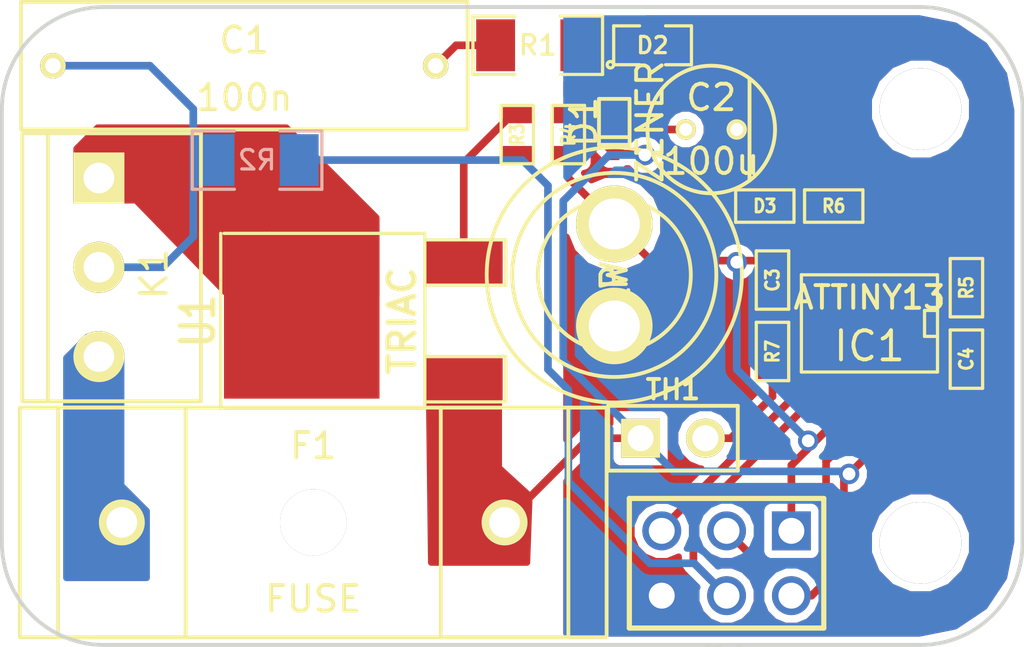
<source format=kicad_pcb>
(kicad_pcb (version 3) (host pcbnew "(2012-nov-02)-testing")

  (general
    (links 38)
    (no_connects 0)
    (area 32.924999 36.424999 75.486111 63.5196)
    (thickness 1.6)
    (drawings 8)
    (tracks 107)
    (zones 0)
    (modules 23)
    (nets 16)
  )

  (page A3)
  (layers
    (15 F.Cu signal)
    (0 B.Cu signal)
    (16 B.Adhes user)
    (17 F.Adhes user)
    (18 B.Paste user)
    (19 F.Paste user)
    (20 B.SilkS user)
    (21 F.SilkS user)
    (22 B.Mask user)
    (23 F.Mask user)
    (24 Dwgs.User user)
    (25 Cmts.User user)
    (26 Eco1.User user)
    (27 Eco2.User user)
    (28 Edge.Cuts user)
  )

  (setup
    (last_trace_width 0.3)
    (user_trace_width 1)
    (user_trace_width 3)
    (trace_clearance 0.3)
    (zone_clearance 0.25)
    (zone_45_only no)
    (trace_min 0.2)
    (segment_width 0.2)
    (edge_width 0.15)
    (via_size 0.8)
    (via_drill 0.5)
    (via_min_size 0.4)
    (via_min_drill 0.3)
    (uvia_size 0.508)
    (uvia_drill 0.127)
    (uvias_allowed no)
    (uvia_min_size 0.508)
    (uvia_min_drill 0.127)
    (pcb_text_width 0.3)
    (pcb_text_size 1 1)
    (mod_edge_width 0.15)
    (mod_text_size 1 1)
    (mod_text_width 0.15)
    (pad_size 1 1)
    (pad_drill 0.6)
    (pad_to_mask_clearance 0)
    (aux_axis_origin 33 62)
    (visible_elements 7FFFFFCF)
    (pcbplotparams
      (layerselection 268468225)
      (usegerberextensions true)
      (excludeedgelayer true)
      (linewidth 152400)
      (plotframeref false)
      (viasonmask false)
      (mode 1)
      (useauxorigin true)
      (hpglpennumber 1)
      (hpglpenspeed 20)
      (hpglpendiameter 15)
      (hpglpenoverlay 2)
      (psnegative false)
      (psa4output false)
      (plotreference true)
      (plotvalue true)
      (plotothertext true)
      (plotinvisibletext false)
      (padsonsilk false)
      (subtractmaskfromsilk false)
      (outputformat 1)
      (mirror false)
      (drillshape 0)
      (scaleselection 1)
      (outputdirectory gerb/))
  )

  (net 0 "")
  (net 1 /LED)
  (net 2 /SENSE)
  (net 3 /SW)
  (net 4 /THERM)
  (net 5 GND)
  (net 6 N-0000010)
  (net 7 N-0000012)
  (net 8 N-0000013)
  (net 9 N-0000014)
  (net 10 N-0000015)
  (net 11 N-000003)
  (net 12 N-000004)
  (net 13 N-000007)
  (net 14 N-000009)
  (net 15 VCC)

  (net_class Default "This is the default net class."
    (clearance 0.3)
    (trace_width 0.3)
    (via_dia 0.8)
    (via_drill 0.5)
    (uvia_dia 0.508)
    (uvia_drill 0.127)
    (add_net "")
    (add_net /LED)
    (add_net /SENSE)
    (add_net /SW)
    (add_net /THERM)
    (add_net GND)
    (add_net N-0000010)
    (add_net N-0000012)
    (add_net N-0000013)
    (add_net N-0000014)
    (add_net N-0000015)
    (add_net N-000003)
    (add_net N-000004)
    (add_net N-000007)
    (add_net N-000009)
    (add_net VCC)
  )

  (module SOD323 (layer F.Cu) (tedit 51222032) (tstamp 51222593)
    (at 57 41.5 90)
    (path /512222E2)
    (fp_text reference D1 (at 0 -1.2 90) (layer F.SilkS)
      (effects (font (size 1 1) (thickness 0.15)))
    )
    (fp_text value ZENER (at 0 1.4 90) (layer F.SilkS)
      (effects (font (size 1 1) (thickness 0.15)))
    )
    (fp_line (start -0.6 -0.6) (end -0.6 0.6) (layer F.SilkS) (width 0.15))
    (fp_line (start -0.9 -0.6) (end 0.9 -0.6) (layer F.SilkS) (width 0.15))
    (fp_line (start 0.9 -0.6) (end 0.9 0.6) (layer F.SilkS) (width 0.15))
    (fp_line (start 0.9 0.6) (end -0.9 0.6) (layer F.SilkS) (width 0.15))
    (fp_line (start -0.9 0.6) (end -0.9 -0.6) (layer F.SilkS) (width 0.15))
    (pad 1 smd rect (at -1.25 0 90) (size 0.5 0.4)
      (layers F.Cu F.Paste F.Mask)
      (net 15 VCC)
    )
    (pad 2 smd rect (at 1.25 0 90) (size 0.5 0.4)
      (layers F.Cu F.Paste F.Mask)
      (net 11 N-000003)
    )
  )

  (module FUSE_HOLDER_20x5mm (layer F.Cu) (tedit 5122253E) (tstamp 512225A5)
    (at 45.2 57.2)
    (tags 1271673)
    (path /5121F188)
    (fp_text reference F1 (at 0 -3) (layer F.SilkS)
      (effects (font (size 1 1) (thickness 0.15)))
    )
    (fp_text value FUSE (at 0 3) (layer F.SilkS)
      (effects (font (size 1 1) (thickness 0.15)))
    )
    (fp_line (start 10 -4.5) (end 10 4.5) (layer F.SilkS) (width 0.15))
    (fp_line (start 10 4.5) (end 5 4.5) (layer F.SilkS) (width 0.15))
    (fp_line (start 5 4.5) (end 5 -4.5) (layer F.SilkS) (width 0.15))
    (fp_line (start -10 -4.5) (end -5 -4.5) (layer F.SilkS) (width 0.15))
    (fp_line (start -5 -4.5) (end -5 4.5) (layer F.SilkS) (width 0.15))
    (fp_line (start -5 4.5) (end -10 4.5) (layer F.SilkS) (width 0.15))
    (fp_line (start -10 4.5) (end -10 -4.5) (layer F.SilkS) (width 0.15))
    (fp_line (start -11.5 -4.5) (end 11.5 -4.5) (layer F.SilkS) (width 0.15))
    (fp_line (start 11.5 -4.5) (end 11.5 4.5) (layer F.SilkS) (width 0.15))
    (fp_line (start 11.5 4.5) (end -11.5 4.5) (layer F.SilkS) (width 0.15))
    (fp_line (start -11.5 4.5) (end -11.5 -4.5) (layer F.SilkS) (width 0.15))
    (pad 1 thru_hole circle (at -7.5 0) (size 1.8 1.8) (drill 1.2)
      (layers *.Cu *.Mask F.SilkS)
      (net 8 N-0000013)
    )
    (pad 2 thru_hole circle (at 7.5 0) (size 1.8 1.8) (drill 1.2)
      (layers *.Cu *.Mask F.SilkS)
      (net 15 VCC)
    )
    (pad "" thru_hole circle (at 0 0) (size 2.6 2.6) (drill 2.6)
      (layers *.Cu *.Mask F.SilkS)
    )
  )

  (module DPAK (layer F.Cu) (tedit 451BAACE) (tstamp 512225B7)
    (at 51.1 49.3 90)
    (descr "MOS boitier DPACK G-D-S")
    (tags "CMD DPACK")
    (path /5121F026)
    (attr smd)
    (fp_text reference U1 (at 0 -10.414 90) (layer F.SilkS)
      (effects (font (size 1.27 1.016) (thickness 0.2032)))
    )
    (fp_text value TRIAC (at 0 -2.413 90) (layer F.SilkS)
      (effects (font (size 1.016 1.016) (thickness 0.2032)))
    )
    (fp_line (start 1.397 -1.524) (end 1.397 1.651) (layer F.SilkS) (width 0.127))
    (fp_line (start 1.397 1.651) (end 3.175 1.651) (layer F.SilkS) (width 0.127))
    (fp_line (start 3.175 1.651) (end 3.175 -1.524) (layer F.SilkS) (width 0.127))
    (fp_line (start -3.175 -1.524) (end -3.175 1.651) (layer F.SilkS) (width 0.127))
    (fp_line (start -3.175 1.651) (end -1.397 1.651) (layer F.SilkS) (width 0.127))
    (fp_line (start -1.397 1.651) (end -1.397 -1.524) (layer F.SilkS) (width 0.127))
    (fp_line (start 3.429 -7.62) (end 3.429 -1.524) (layer F.SilkS) (width 0.127))
    (fp_line (start 3.429 -1.524) (end -3.429 -1.524) (layer F.SilkS) (width 0.127))
    (fp_line (start -3.429 -1.524) (end -3.429 -9.398) (layer F.SilkS) (width 0.127))
    (fp_line (start -3.429 -9.525) (end 3.429 -9.525) (layer F.SilkS) (width 0.127))
    (fp_line (start 3.429 -9.398) (end 3.429 -7.62) (layer F.SilkS) (width 0.127))
    (pad 1 smd rect (at -2.286 0 90) (size 1.651 3.048)
      (layers F.Cu F.Paste F.Mask)
      (net 15 VCC)
    )
    (pad 2 smd rect (at 0 -6.35 90) (size 6.096 6.096)
      (layers F.Cu F.Paste F.Mask)
      (net 7 N-0000012)
    )
    (pad 3 smd rect (at 2.286 0 90) (size 1.651 3.048)
      (layers F.Cu F.Paste F.Mask)
      (net 14 N-000009)
    )
    (model smd/dpack_2.wrl
      (at (xyz 0 0 0))
      (scale (xyz 1 1 1))
      (rotate (xyz 0 0 0))
    )
  )

  (module CP_5mm (layer F.Cu) (tedit 51221DEF) (tstamp 512225BF)
    (at 60.8 41.8)
    (path /5121F489)
    (fp_text reference C2 (at 0 -1.25) (layer F.SilkS)
      (effects (font (size 1 1) (thickness 0.15)))
    )
    (fp_text value 100u (at 0 1.25) (layer F.SilkS)
      (effects (font (size 1 1) (thickness 0.15)))
    )
    (fp_line (start 1.5 -2) (end 1.5 2) (layer F.SilkS) (width 0.15))
    (fp_circle (center 0 0) (end 2.5 0) (layer F.SilkS) (width 0.15))
    (pad 1 thru_hole circle (at -1 0) (size 0.8 0.8) (drill 0.5)
      (layers *.Cu *.Mask F.SilkS)
      (net 15 VCC)
    )
    (pad 2 thru_hole circle (at 1 0) (size 0.8 0.8) (drill 0.5)
      (layers *.Cu *.Mask F.SilkS)
      (net 5 GND)
    )
  )

  (module conn_3x2 (layer F.Cu) (tedit 50EC97C7) (tstamp 512225CD)
    (at 61.4 58.8 180)
    (descr "Double rangee de contacts 2 x 4 pins")
    (tags CONN)
    (path /5121F296)
    (fp_text reference P1 (at 0 -3.81 180) (layer F.SilkS)
      (effects (font (size 1.016 1.016) (thickness 0.2032)))
    )
    (fp_text value CONN_3X2 (at 0 3.81 180) (layer F.SilkS) hide
      (effects (font (size 1.016 1.016) (thickness 0.2032)))
    )
    (fp_line (start 3.81 2.54) (end -3.81 2.54) (layer F.SilkS) (width 0.2032))
    (fp_line (start -3.81 -2.54) (end 3.81 -2.54) (layer F.SilkS) (width 0.2032))
    (fp_line (start 3.81 -2.54) (end 3.81 2.54) (layer F.SilkS) (width 0.2032))
    (fp_line (start -3.81 2.54) (end -3.81 -2.54) (layer F.SilkS) (width 0.2032))
    (pad 1 thru_hole rect (at -2.54 1.27 180) (size 1.524 1.524) (drill 1.016)
      (layers *.Cu *.Mask)
      (net 3 /SW)
    )
    (pad 2 thru_hole circle (at -2.54 -1.27 180) (size 1.524 1.524) (drill 1.016)
      (layers *.Cu *.Mask)
      (net 15 VCC)
    )
    (pad 3 thru_hole circle (at 0 1.27 180) (size 1.524 1.524) (drill 1.016)
      (layers *.Cu *.Mask)
      (net 6 N-0000010)
    )
    (pad 4 thru_hole circle (at 0 -1.27 180) (size 1.524 1.524) (drill 1.016)
      (layers *.Cu *.Mask)
      (net 2 /SENSE)
    )
    (pad 5 thru_hole circle (at 2.54 1.27 180) (size 1.524 1.524) (drill 1.016)
      (layers *.Cu *.Mask)
      (net 9 N-0000014)
    )
    (pad 6 thru_hole circle (at 2.54 -1.27 180) (size 1.524 1.524) (drill 1.016)
      (layers *.Cu *.Mask)
      (net 5 GND)
    )
    (model pin_array/pins_array_3x2.wrl
      (at (xyz 0 0 0))
      (scale (xyz 1 1 1))
      (rotate (xyz 0 0 0))
    )
  )

  (module conn_3_3.5mm_screw (layer F.Cu) (tedit 5122124E) (tstamp 512225D9)
    (at 36.8 47.2 270)
    (descr "Connecteur 3 pins")
    (tags "CONN DEV")
    (path /5121F16C)
    (fp_text reference K1 (at 0.254 -2.159 270) (layer F.SilkS)
      (effects (font (size 1.016 1.016) (thickness 0.1524)))
    )
    (fp_text value CONN_3 (at 0 -2.159 270) (layer F.SilkS) hide
      (effects (font (size 1.016 1.016) (thickness 0.1524)))
    )
    (fp_line (start 5.25 2) (end -5.25 2) (layer F.SilkS) (width 0.15))
    (fp_line (start -5.25 -4) (end 5.25 -4) (layer F.SilkS) (width 0.15))
    (fp_line (start 5.25 -4) (end 5.25 3) (layer F.SilkS) (width 0.15))
    (fp_line (start 5.25 3) (end -5.25 3) (layer F.SilkS) (width 0.15))
    (fp_line (start -5.25 3) (end -5.25 -4) (layer F.SilkS) (width 0.15))
    (pad 1 thru_hole rect (at -3.5 0 270) (size 2 2) (drill 1.2)
      (layers *.Cu *.Mask F.SilkS)
      (net 7 N-0000012)
    )
    (pad 2 thru_hole circle (at 0 0 270) (size 2 2) (drill 1.2)
      (layers *.Cu *.Mask F.SilkS)
      (net 13 N-000007)
    )
    (pad 3 thru_hole circle (at 3.5 0 270) (size 2 2) (drill 1.2)
      (layers *.Cu *.Mask F.SilkS)
      (net 8 N-0000013)
    )
    (model pin_array/pins_array_3x1.wrl
      (at (xyz 0 0 0))
      (scale (xyz 1 1 1))
      (rotate (xyz 0 0 0))
    )
  )

  (module conn_2 (layer F.Cu) (tedit 4565C520) (tstamp 512225E3)
    (at 59.3 53.9)
    (descr "Connecteurs 2 pins")
    (tags "CONN DEV")
    (path /5121F3DD)
    (fp_text reference TH1 (at 0 -1.905) (layer F.SilkS)
      (effects (font (size 0.762 0.762) (thickness 0.1524)))
    )
    (fp_text value THERMISTOR (at 0 -1.905) (layer F.SilkS) hide
      (effects (font (size 0.762 0.762) (thickness 0.1524)))
    )
    (fp_line (start -2.54 1.27) (end -2.54 -1.27) (layer F.SilkS) (width 0.1524))
    (fp_line (start -2.54 -1.27) (end 2.54 -1.27) (layer F.SilkS) (width 0.1524))
    (fp_line (start 2.54 -1.27) (end 2.54 1.27) (layer F.SilkS) (width 0.1524))
    (fp_line (start 2.54 1.27) (end -2.54 1.27) (layer F.SilkS) (width 0.1524))
    (pad 1 thru_hole rect (at -1.27 0) (size 1.524 1.524) (drill 1.016)
      (layers *.Cu *.Mask F.SilkS)
      (net 15 VCC)
    )
    (pad 2 thru_hole circle (at 1.27 0) (size 1.524 1.524) (drill 1.016)
      (layers *.Cu *.Mask F.SilkS)
      (net 4 /THERM)
    )
    (model pin_array/pins_array_2x1.wrl
      (at (xyz 0 0 0))
      (scale (xyz 1 1 1))
      (rotate (xyz 0 0 0))
    )
  )

  (module 1206 (layer F.Cu) (tedit 42806E24) (tstamp 512225F9)
    (at 54 38.5)
    (path /5121F449)
    (attr smd)
    (fp_text reference R1 (at 0 0) (layer F.SilkS)
      (effects (font (size 0.762 0.762) (thickness 0.127)))
    )
    (fp_text value 47 (at 0 0) (layer F.SilkS) hide
      (effects (font (size 0.762 0.762) (thickness 0.127)))
    )
    (fp_line (start -2.54 -1.143) (end -2.54 1.143) (layer F.SilkS) (width 0.127))
    (fp_line (start -2.54 1.143) (end -0.889 1.143) (layer F.SilkS) (width 0.127))
    (fp_line (start 0.889 -1.143) (end 2.54 -1.143) (layer F.SilkS) (width 0.127))
    (fp_line (start 2.54 -1.143) (end 2.54 1.143) (layer F.SilkS) (width 0.127))
    (fp_line (start 2.54 1.143) (end 0.889 1.143) (layer F.SilkS) (width 0.127))
    (fp_line (start -0.889 -1.143) (end -2.54 -1.143) (layer F.SilkS) (width 0.127))
    (pad 1 smd rect (at -1.651 0) (size 1.524 2.032)
      (layers F.Cu F.Paste F.Mask)
      (net 12 N-000004)
    )
    (pad 2 smd rect (at 1.651 0) (size 1.524 2.032)
      (layers F.Cu F.Paste F.Mask)
      (net 11 N-000003)
    )
    (model smd/chip_cms.wrl
      (at (xyz 0 0 0))
      (scale (xyz 0.17 0.16 0.16))
      (rotate (xyz 0 0 0))
    )
  )

  (module 0603 (layer F.Cu) (tedit 4E43A3D1) (tstamp 5122261F)
    (at 53.2 42 270)
    (path /5121F287)
    (attr smd)
    (fp_text reference R3 (at 0 0 270) (layer F.SilkS)
      (effects (font (size 0.508 0.4572) (thickness 0.1143)))
    )
    (fp_text value 47 (at 0 0 270) (layer F.SilkS) hide
      (effects (font (size 0.508 0.4572) (thickness 0.1143)))
    )
    (fp_line (start -1.143 -0.635) (end 1.143 -0.635) (layer F.SilkS) (width 0.127))
    (fp_line (start 1.143 -0.635) (end 1.143 0.635) (layer F.SilkS) (width 0.127))
    (fp_line (start 1.143 0.635) (end -1.143 0.635) (layer F.SilkS) (width 0.127))
    (fp_line (start -1.143 0.635) (end -1.143 -0.635) (layer F.SilkS) (width 0.127))
    (pad 1 smd rect (at -0.762 0 270) (size 0.635 1.143)
      (layers F.Cu F.Paste F.Mask)
      (net 14 N-000009)
    )
    (pad 2 smd rect (at 0.762 0 270) (size 0.635 1.143)
      (layers F.Cu F.Paste F.Mask)
    )
    (model smd\resistors\R0603.wrl
      (at (xyz 0 0 0.001))
      (scale (xyz 0.5 0.5 0.5))
      (rotate (xyz 0 0 0))
    )
  )

  (module 0603 (layer F.Cu) (tedit 4E43A3D1) (tstamp 51222629)
    (at 70.8 48 90)
    (path /5121F2E7)
    (attr smd)
    (fp_text reference R5 (at 0 0 90) (layer F.SilkS)
      (effects (font (size 0.508 0.4572) (thickness 0.1143)))
    )
    (fp_text value 100k (at 0 0 90) (layer F.SilkS) hide
      (effects (font (size 0.508 0.4572) (thickness 0.1143)))
    )
    (fp_line (start -1.143 -0.635) (end 1.143 -0.635) (layer F.SilkS) (width 0.127))
    (fp_line (start 1.143 -0.635) (end 1.143 0.635) (layer F.SilkS) (width 0.127))
    (fp_line (start 1.143 0.635) (end -1.143 0.635) (layer F.SilkS) (width 0.127))
    (fp_line (start -1.143 0.635) (end -1.143 -0.635) (layer F.SilkS) (width 0.127))
    (pad 1 smd rect (at -0.762 0 90) (size 0.635 1.143)
      (layers F.Cu F.Paste F.Mask)
      (net 15 VCC)
    )
    (pad 2 smd rect (at 0.762 0 90) (size 0.635 1.143)
      (layers F.Cu F.Paste F.Mask)
      (net 9 N-0000014)
    )
    (model smd\resistors\R0603.wrl
      (at (xyz 0 0 0.001))
      (scale (xyz 0.5 0.5 0.5))
      (rotate (xyz 0 0 0))
    )
  )

  (module 0603 (layer F.Cu) (tedit 4E43A3D1) (tstamp 51222633)
    (at 65.6 44.8 180)
    (path /5121F322)
    (attr smd)
    (fp_text reference R6 (at 0 0 180) (layer F.SilkS)
      (effects (font (size 0.508 0.4572) (thickness 0.1143)))
    )
    (fp_text value 1k (at 0 0 180) (layer F.SilkS) hide
      (effects (font (size 0.508 0.4572) (thickness 0.1143)))
    )
    (fp_line (start -1.143 -0.635) (end 1.143 -0.635) (layer F.SilkS) (width 0.127))
    (fp_line (start 1.143 -0.635) (end 1.143 0.635) (layer F.SilkS) (width 0.127))
    (fp_line (start 1.143 0.635) (end -1.143 0.635) (layer F.SilkS) (width 0.127))
    (fp_line (start -1.143 0.635) (end -1.143 -0.635) (layer F.SilkS) (width 0.127))
    (pad 1 smd rect (at -0.762 0 180) (size 0.635 1.143)
      (layers F.Cu F.Paste F.Mask)
      (net 1 /LED)
    )
    (pad 2 smd rect (at 0.762 0 180) (size 0.635 1.143)
      (layers F.Cu F.Paste F.Mask)
      (net 10 N-0000015)
    )
    (model smd\resistors\R0603.wrl
      (at (xyz 0 0 0.001))
      (scale (xyz 0.5 0.5 0.5))
      (rotate (xyz 0 0 0))
    )
  )

  (module 0603 (layer F.Cu) (tedit 4E43A3D1) (tstamp 5122263D)
    (at 70.8 50.8 90)
    (path /5121F20A)
    (attr smd)
    (fp_text reference C4 (at 0 0 90) (layer F.SilkS)
      (effects (font (size 0.508 0.4572) (thickness 0.1143)))
    )
    (fp_text value 100n (at 0 0 90) (layer F.SilkS) hide
      (effects (font (size 0.508 0.4572) (thickness 0.1143)))
    )
    (fp_line (start -1.143 -0.635) (end 1.143 -0.635) (layer F.SilkS) (width 0.127))
    (fp_line (start 1.143 -0.635) (end 1.143 0.635) (layer F.SilkS) (width 0.127))
    (fp_line (start 1.143 0.635) (end -1.143 0.635) (layer F.SilkS) (width 0.127))
    (fp_line (start -1.143 0.635) (end -1.143 -0.635) (layer F.SilkS) (width 0.127))
    (pad 1 smd rect (at -0.762 0 90) (size 0.635 1.143)
      (layers F.Cu F.Paste F.Mask)
      (net 15 VCC)
    )
    (pad 2 smd rect (at 0.762 0 90) (size 0.635 1.143)
      (layers F.Cu F.Paste F.Mask)
      (net 5 GND)
    )
    (model smd\resistors\R0603.wrl
      (at (xyz 0 0 0.001))
      (scale (xyz 0.5 0.5 0.5))
      (rotate (xyz 0 0 0))
    )
  )

  (module 0603 (layer F.Cu) (tedit 4E43A3D1) (tstamp 51222647)
    (at 63.2 47.7 270)
    (path /5121F36D)
    (attr smd)
    (fp_text reference C3 (at 0 0 270) (layer F.SilkS)
      (effects (font (size 0.508 0.4572) (thickness 0.1143)))
    )
    (fp_text value C (at 0 0 270) (layer F.SilkS) hide
      (effects (font (size 0.508 0.4572) (thickness 0.1143)))
    )
    (fp_line (start -1.143 -0.635) (end 1.143 -0.635) (layer F.SilkS) (width 0.127))
    (fp_line (start 1.143 -0.635) (end 1.143 0.635) (layer F.SilkS) (width 0.127))
    (fp_line (start 1.143 0.635) (end -1.143 0.635) (layer F.SilkS) (width 0.127))
    (fp_line (start -1.143 0.635) (end -1.143 -0.635) (layer F.SilkS) (width 0.127))
    (pad 1 smd rect (at -0.762 0 270) (size 0.635 1.143)
      (layers F.Cu F.Paste F.Mask)
      (net 3 /SW)
    )
    (pad 2 smd rect (at 0.762 0 270) (size 0.635 1.143)
      (layers F.Cu F.Paste F.Mask)
      (net 5 GND)
    )
    (model smd\resistors\R0603.wrl
      (at (xyz 0 0 0.001))
      (scale (xyz 0.5 0.5 0.5))
      (rotate (xyz 0 0 0))
    )
  )

  (module 0603 (layer F.Cu) (tedit 4E43A3D1) (tstamp 51222651)
    (at 55.2 42 270)
    (path /51220808)
    (attr smd)
    (fp_text reference R4 (at 0 0 270) (layer F.SilkS)
      (effects (font (size 0.508 0.4572) (thickness 0.1143)))
    )
    (fp_text value 100k (at 0 0 270) (layer F.SilkS) hide
      (effects (font (size 0.508 0.4572) (thickness 0.1143)))
    )
    (fp_line (start -1.143 -0.635) (end 1.143 -0.635) (layer F.SilkS) (width 0.127))
    (fp_line (start 1.143 -0.635) (end 1.143 0.635) (layer F.SilkS) (width 0.127))
    (fp_line (start 1.143 0.635) (end -1.143 0.635) (layer F.SilkS) (width 0.127))
    (fp_line (start -1.143 0.635) (end -1.143 -0.635) (layer F.SilkS) (width 0.127))
    (pad 1 smd rect (at -0.762 0 270) (size 0.635 1.143)
      (layers F.Cu F.Paste F.Mask)
      (net 15 VCC)
    )
    (pad 2 smd rect (at 0.762 0 270) (size 0.635 1.143)
      (layers F.Cu F.Paste F.Mask)
      (net 3 /SW)
    )
    (model smd\resistors\R0603.wrl
      (at (xyz 0 0 0.001))
      (scale (xyz 0.5 0.5 0.5))
      (rotate (xyz 0 0 0))
    )
  )

  (module 0603 (layer F.Cu) (tedit 4E43A3D1) (tstamp 5122265B)
    (at 63.2 50.5 90)
    (path /5121F3FB)
    (attr smd)
    (fp_text reference R7 (at 0 0 90) (layer F.SilkS)
      (effects (font (size 0.508 0.4572) (thickness 0.1143)))
    )
    (fp_text value 100k (at 0 0 90) (layer F.SilkS) hide
      (effects (font (size 0.508 0.4572) (thickness 0.1143)))
    )
    (fp_line (start -1.143 -0.635) (end 1.143 -0.635) (layer F.SilkS) (width 0.127))
    (fp_line (start 1.143 -0.635) (end 1.143 0.635) (layer F.SilkS) (width 0.127))
    (fp_line (start 1.143 0.635) (end -1.143 0.635) (layer F.SilkS) (width 0.127))
    (fp_line (start -1.143 0.635) (end -1.143 -0.635) (layer F.SilkS) (width 0.127))
    (pad 1 smd rect (at -0.762 0 90) (size 0.635 1.143)
      (layers F.Cu F.Paste F.Mask)
      (net 4 /THERM)
    )
    (pad 2 smd rect (at 0.762 0 90) (size 0.635 1.143)
      (layers F.Cu F.Paste F.Mask)
      (net 5 GND)
    )
    (model smd\resistors\R0603.wrl
      (at (xyz 0 0 0.001))
      (scale (xyz 0.5 0.5 0.5))
      (rotate (xyz 0 0 0))
    )
  )

  (module SO8E (layer F.Cu) (tedit 4F33A5C7) (tstamp 51222679)
    (at 67 49.4 180)
    (descr "module CMS SOJ 8 pins etroit")
    (tags "CMS SOJ")
    (path /5121F1DD)
    (attr smd)
    (fp_text reference IC1 (at 0 -0.889 180) (layer F.SilkS)
      (effects (font (size 1.143 1.143) (thickness 0.1524)))
    )
    (fp_text value ATTINY13 (at 0 1.016 180) (layer F.SilkS)
      (effects (font (size 0.889 0.889) (thickness 0.1524)))
    )
    (fp_line (start -2.667 1.778) (end -2.667 1.905) (layer F.SilkS) (width 0.127))
    (fp_line (start -2.667 1.905) (end 2.667 1.905) (layer F.SilkS) (width 0.127))
    (fp_line (start 2.667 -1.905) (end -2.667 -1.905) (layer F.SilkS) (width 0.127))
    (fp_line (start -2.667 -1.905) (end -2.667 1.778) (layer F.SilkS) (width 0.127))
    (fp_line (start -2.667 -0.508) (end -2.159 -0.508) (layer F.SilkS) (width 0.127))
    (fp_line (start -2.159 -0.508) (end -2.159 0.508) (layer F.SilkS) (width 0.127))
    (fp_line (start -2.159 0.508) (end -2.667 0.508) (layer F.SilkS) (width 0.127))
    (fp_line (start 2.667 -1.905) (end 2.667 1.905) (layer F.SilkS) (width 0.127))
    (pad 8 smd rect (at -1.905 -2.667 180) (size 0.59944 1.39954)
      (layers F.Cu F.Paste F.Mask)
      (net 15 VCC)
    )
    (pad 1 smd rect (at -1.905 2.667 180) (size 0.59944 1.39954)
      (layers F.Cu F.Paste F.Mask)
      (net 9 N-0000014)
    )
    (pad 7 smd rect (at -0.635 -2.667 180) (size 0.59944 1.39954)
      (layers F.Cu F.Paste F.Mask)
      (net 6 N-0000010)
    )
    (pad 6 smd rect (at 0.635 -2.667 180) (size 0.59944 1.39954)
      (layers F.Cu F.Paste F.Mask)
      (net 3 /SW)
    )
    (pad 5 smd rect (at 1.905 -2.667 180) (size 0.59944 1.39954)
      (layers F.Cu F.Paste F.Mask)
      (net 2 /SENSE)
    )
    (pad 2 smd rect (at -0.635 2.667 180) (size 0.59944 1.39954)
      (layers F.Cu F.Paste F.Mask)
      (net 4 /THERM)
    )
    (pad 3 smd rect (at 0.635 2.667 180) (size 0.59944 1.39954)
      (layers F.Cu F.Paste F.Mask)
      (net 1 /LED)
    )
    (pad 4 smd rect (at 1.905 2.667 180) (size 0.59944 1.39954)
      (layers F.Cu F.Paste F.Mask)
      (net 5 GND)
    )
    (model smd/cms_so8.wrl
      (at (xyz 0 0 0))
      (scale (xyz 0.5 0.32 0.5))
      (rotate (xyz 0 0 0))
    )
  )

  (module switch_R13 (layer F.Cu) (tedit 512225A8) (tstamp 5122284D)
    (at 57 47.5 270)
    (path /5121F35E)
    (fp_text reference SW1 (at 0 0 270) (layer F.SilkS)
      (effects (font (size 1 1) (thickness 0.15)))
    )
    (fp_text value SW_PUSH (at 0 0 270) (layer F.SilkS)
      (effects (font (size 1 1) (thickness 0.15)))
    )
    (fp_circle (center 0 0) (end 3 0) (layer F.SilkS) (width 0.15))
    (fp_circle (center 0 0) (end 4 0) (layer F.SilkS) (width 0.15))
    (fp_circle (center 0 0) (end 5 0) (layer F.SilkS) (width 0.15))
    (pad 1 thru_hole circle (at -2 0 270) (size 3 3) (drill 2)
      (layers *.Cu *.Mask F.SilkS)
      (net 3 /SW)
    )
    (pad 2 thru_hole circle (at 2 0 270) (size 3 3) (drill 2)
      (layers *.Cu *.Mask F.SilkS)
      (net 5 GND)
    )
  )

  (module 0603 (layer F.Cu) (tedit 4E43A3D1) (tstamp 51222615)
    (at 62.9 44.8 180)
    (path /5121F313)
    (attr smd)
    (fp_text reference D3 (at 0 0 180) (layer F.SilkS)
      (effects (font (size 0.508 0.4572) (thickness 0.1143)))
    )
    (fp_text value LED (at 0 0 180) (layer F.SilkS) hide
      (effects (font (size 0.508 0.4572) (thickness 0.1143)))
    )
    (fp_line (start -1.143 -0.635) (end 1.143 -0.635) (layer F.SilkS) (width 0.127))
    (fp_line (start 1.143 -0.635) (end 1.143 0.635) (layer F.SilkS) (width 0.127))
    (fp_line (start 1.143 0.635) (end -1.143 0.635) (layer F.SilkS) (width 0.127))
    (fp_line (start -1.143 0.635) (end -1.143 -0.635) (layer F.SilkS) (width 0.127))
    (pad 1 smd rect (at -0.762 0 180) (size 0.635 1.143)
      (layers F.Cu F.Paste F.Mask)
      (net 10 N-0000015)
    )
    (pad 2 smd rect (at 0.762 0 180) (size 0.635 1.143)
      (layers F.Cu F.Paste F.Mask)
      (net 5 GND)
    )
    (model smd\resistors\R0603.wrl
      (at (xyz 0 0 0.001))
      (scale (xyz 0.5 0.5 0.5))
      (rotate (xyz 0 0 0))
    )
  )

  (module C_5x17.5mm_15 (layer F.Cu) (tedit 51223151) (tstamp 512225ED)
    (at 42.5 39.3)
    (path /5121F45C)
    (fp_text reference C1 (at 0 -1) (layer F.SilkS)
      (effects (font (size 1 1) (thickness 0.15)))
    )
    (fp_text value 100n (at 0 1.25) (layer F.SilkS)
      (effects (font (size 1 1) (thickness 0.15)))
    )
    (fp_line (start -8.75 -2.5) (end 8.75 -2.5) (layer F.SilkS) (width 0.15))
    (fp_line (start 8.75 -2.5) (end 8.75 2.5) (layer F.SilkS) (width 0.15))
    (fp_line (start 8.75 2.5) (end -8.75 2.5) (layer F.SilkS) (width 0.15))
    (fp_line (start -8.75 2.5) (end -8.75 -2.5) (layer F.SilkS) (width 0.15))
    (pad 1 thru_hole circle (at -7.5 0) (size 1 1) (drill 0.6)
      (layers *.Cu *.Mask F.SilkS)
      (net 13 N-000007)
    )
    (pad 2 thru_hole circle (at 7.5 0) (size 1 1) (drill 0.6)
      (layers *.Cu *.Mask F.SilkS)
      (net 12 N-000004)
    )
  )

  (module 0805 (layer F.Cu) (tedit 42806E04) (tstamp 51222588)
    (at 58.5 38.5)
    (path /512222D3)
    (attr smd)
    (fp_text reference D2 (at 0 0) (layer F.SilkS)
      (effects (font (size 0.635 0.635) (thickness 0.127)))
    )
    (fp_text value DIODE (at 0 0) (layer F.SilkS) hide
      (effects (font (size 0.635 0.635) (thickness 0.127)))
    )
    (fp_circle (center -1.651 0.762) (end -1.651 0.635) (layer F.SilkS) (width 0.127))
    (fp_line (start -0.508 0.762) (end -1.524 0.762) (layer F.SilkS) (width 0.127))
    (fp_line (start -1.524 0.762) (end -1.524 -0.762) (layer F.SilkS) (width 0.127))
    (fp_line (start -1.524 -0.762) (end -0.508 -0.762) (layer F.SilkS) (width 0.127))
    (fp_line (start 0.508 -0.762) (end 1.524 -0.762) (layer F.SilkS) (width 0.127))
    (fp_line (start 1.524 -0.762) (end 1.524 0.762) (layer F.SilkS) (width 0.127))
    (fp_line (start 1.524 0.762) (end 0.508 0.762) (layer F.SilkS) (width 0.127))
    (pad 1 smd rect (at -0.9525 0) (size 0.889 1.397)
      (layers F.Cu F.Paste F.Mask)
      (net 11 N-000003)
    )
    (pad 2 smd rect (at 0.9525 0) (size 0.889 1.397)
      (layers F.Cu F.Paste F.Mask)
      (net 5 GND)
    )
    (model smd/chip_cms.wrl
      (at (xyz 0 0 0))
      (scale (xyz 0.1 0.1 0.1))
      (rotate (xyz 0 0 0))
    )
  )

  (module 1206 (layer B.Cu) (tedit 42806E24) (tstamp 51223826)
    (at 43 43)
    (path /51220646)
    (attr smd)
    (fp_text reference R2 (at 0 0) (layer B.SilkS)
      (effects (font (size 0.762 0.762) (thickness 0.127)) (justify mirror))
    )
    (fp_text value 1M (at 0 0) (layer B.SilkS) hide
      (effects (font (size 0.762 0.762) (thickness 0.127)) (justify mirror))
    )
    (fp_line (start -2.54 1.143) (end -2.54 -1.143) (layer B.SilkS) (width 0.127))
    (fp_line (start -2.54 -1.143) (end -0.889 -1.143) (layer B.SilkS) (width 0.127))
    (fp_line (start 0.889 1.143) (end 2.54 1.143) (layer B.SilkS) (width 0.127))
    (fp_line (start 2.54 1.143) (end 2.54 -1.143) (layer B.SilkS) (width 0.127))
    (fp_line (start 2.54 -1.143) (end 0.889 -1.143) (layer B.SilkS) (width 0.127))
    (fp_line (start -0.889 1.143) (end -2.54 1.143) (layer B.SilkS) (width 0.127))
    (pad 1 smd rect (at -1.651 0) (size 1.524 2.032)
      (layers B.Cu B.Paste B.Mask)
      (net 13 N-000007)
    )
    (pad 2 smd rect (at 1.651 0) (size 1.524 2.032)
      (layers B.Cu B.Paste B.Mask)
      (net 2 /SENSE)
    )
    (model smd/chip_cms.wrl
      (at (xyz 0 0 0))
      (scale (xyz 0.17 0.16 0.16))
      (rotate (xyz 0 0 0))
    )
  )

  (module drill_3.2mm (layer F.Cu) (tedit 50ECACE6) (tstamp 51223865)
    (at 69 41)
    (fp_text reference drill_3.2mm (at 0 -2.54) (layer F.SilkS) hide
      (effects (font (size 1 1) (thickness 0.15)))
    )
    (fp_text value VAL** (at 0 2.54) (layer F.SilkS) hide
      (effects (font (size 1 1) (thickness 0.15)))
    )
    (pad "" thru_hole circle (at 0 0) (size 3.2 3.2) (drill 3.2)
      (layers *.Cu)
    )
  )

  (module drill_3.2mm (layer F.Cu) (tedit 50ECACE6) (tstamp 5122386E)
    (at 69 58)
    (fp_text reference drill_3.2mm (at 0 -2.54) (layer F.SilkS) hide
      (effects (font (size 1 1) (thickness 0.15)))
    )
    (fp_text value VAL** (at 0 2.54) (layer F.SilkS) hide
      (effects (font (size 1 1) (thickness 0.15)))
    )
    (pad "" thru_hole circle (at 0 0) (size 3.2 3.2) (drill 3.2)
      (layers *.Cu)
    )
  )

  (gr_line (start 37 37) (end 69 37) (angle 90) (layer Edge.Cuts) (width 0.15))
  (gr_line (start 69 62) (end 37 62) (angle 90) (layer Edge.Cuts) (width 0.15))
  (gr_line (start 73 41) (end 73 58) (angle 90) (layer Edge.Cuts) (width 0.15))
  (gr_arc (start 69 41) (end 69 37) (angle 90) (layer Edge.Cuts) (width 0.15))
  (gr_arc (start 69 58) (end 73 58) (angle 90) (layer Edge.Cuts) (width 0.15))
  (gr_line (start 33 41) (end 33 58) (angle 90) (layer Edge.Cuts) (width 0.15))
  (gr_arc (start 37 58) (end 37 62) (angle 90) (layer Edge.Cuts) (width 0.15))
  (gr_arc (start 37 41) (end 33 41) (angle 90) (layer Edge.Cuts) (width 0.15))

  (segment (start 66.362 44.8) (end 66.362 45.838) (width 0.3) (layer F.Cu) (net 1))
  (segment (start 66.365 45.841) (end 66.365 46.733) (width 0.3) (layer F.Cu) (net 1) (tstamp 512239A0))
  (segment (start 66.362 45.838) (end 66.365 45.841) (width 0.3) (layer F.Cu) (net 1) (tstamp 5122399F))
  (segment (start 61.4 60.07) (end 60.13 58.8) (width 0.3) (layer B.Cu) (net 2))
  (segment (start 53.4 43) (end 44.651 43) (width 0.3) (layer B.Cu) (net 2) (tstamp 51223A5F))
  (segment (start 54.4 44) (end 53.4 43) (width 0.3) (layer B.Cu) (net 2) (tstamp 51223A5A))
  (segment (start 54.4 51.2) (end 54.4 44) (width 0.3) (layer B.Cu) (net 2) (tstamp 51223A54))
  (segment (start 55.2 52) (end 54.4 51.2) (width 0.3) (layer B.Cu) (net 2) (tstamp 51223A52))
  (segment (start 55.2 55.6) (end 55.2 52) (width 0.3) (layer B.Cu) (net 2) (tstamp 51223A4D))
  (segment (start 58.4 58.8) (end 55.2 55.6) (width 0.3) (layer B.Cu) (net 2) (tstamp 51223A4A))
  (segment (start 60.13 58.8) (end 58.4 58.8) (width 0.3) (layer B.Cu) (net 2) (tstamp 51223A46))
  (segment (start 61.4 60.07) (end 60.1 58.77) (width 0.3) (layer F.Cu) (net 2))
  (segment (start 60.1 57.062) (end 65.095 52.067) (width 0.3) (layer F.Cu) (net 2) (tstamp 512238A8))
  (segment (start 60.1 58.77) (end 60.1 57.062) (width 0.3) (layer F.Cu) (net 2) (tstamp 512238A6))
  (segment (start 64.6 54) (end 61.8 51.2) (width 0.3) (layer B.Cu) (net 3))
  (segment (start 64.55 54.05) (end 64.6 54) (width 0.3) (layer F.Cu) (net 3) (tstamp 51223A1F))
  (via (at 64.6 54) (size 0.8) (layers F.Cu B.Cu) (net 3))
  (segment (start 64.55 54.35) (end 64.55 54.05) (width 0.3) (layer F.Cu) (net 3))
  (via (at 61.8 47) (size 0.8) (layers F.Cu B.Cu) (net 3))
  (segment (start 61.8 51.2) (end 61.8 47) (width 0.3) (layer B.Cu) (net 3) (tstamp 51223B21))
  (segment (start 61.8 47) (end 61.8 46.938) (width 0.3) (layer F.Cu) (net 3) (tstamp 51223B2A))
  (segment (start 61.8 46.938) (end 61.8 47) (width 0.3) (layer F.Cu) (net 3) (tstamp 51223B2B))
  (segment (start 61.8 47) (end 61.8 46.938) (width 0.3) (layer F.Cu) (net 3) (tstamp 51223B2D))
  (segment (start 63.94 57.53) (end 63.94 54.96) (width 0.3) (layer F.Cu) (net 3))
  (segment (start 66.365 52.535) (end 66.365 52.067) (width 0.3) (layer F.Cu) (net 3) (tstamp 512238AF))
  (segment (start 63.94 54.96) (end 64.55 54.35) (width 0.3) (layer F.Cu) (net 3) (tstamp 512238AD))
  (segment (start 64.55 54.35) (end 66.365 52.535) (width 0.3) (layer F.Cu) (net 3) (tstamp 51223A1D))
  (segment (start 63.2 46.938) (end 61.8 46.938) (width 0.3) (layer F.Cu) (net 3))
  (segment (start 61.8 46.938) (end 58.438 46.938) (width 0.3) (layer F.Cu) (net 3) (tstamp 51223B2E))
  (segment (start 58.438 46.938) (end 57 45.5) (width 0.3) (layer F.Cu) (net 3) (tstamp 51223998))
  (segment (start 55.2 42.762) (end 55.2 43.7) (width 0.3) (layer F.Cu) (net 3))
  (segment (start 55.2 43.7) (end 57 45.5) (width 0.3) (layer F.Cu) (net 3) (tstamp 51223521))
  (segment (start 63.2 51.262) (end 63.2 52.26494) (width 0.3) (layer F.Cu) (net 4))
  (segment (start 61.56494 53.9) (end 60.57 53.9) (width 0.3) (layer F.Cu) (net 4) (tstamp 5122398F))
  (segment (start 63.2 52.26494) (end 61.56494 53.9) (width 0.3) (layer F.Cu) (net 4) (tstamp 5122398E))
  (segment (start 63.2 51.262) (end 63.238 51.262) (width 0.3) (layer F.Cu) (net 4))
  (segment (start 67.635 47.565) (end 67.635 46.733) (width 0.3) (layer F.Cu) (net 4) (tstamp 5122398B))
  (segment (start 66.5 48.7) (end 67.635 47.565) (width 0.3) (layer F.Cu) (net 4) (tstamp 5122398A))
  (segment (start 65.8 48.7) (end 66.5 48.7) (width 0.3) (layer F.Cu) (net 4) (tstamp 51223989))
  (segment (start 63.238 51.262) (end 65.8 48.7) (width 0.3) (layer F.Cu) (net 4) (tstamp 51223988))
  (segment (start 61.4 57.53) (end 62.67 58.8) (width 0.3) (layer F.Cu) (net 6))
  (segment (start 67.635 52.465) (end 67.635 52.067) (width 0.3) (layer F.Cu) (net 6) (tstamp 512238B8))
  (segment (start 65.3 54.8) (end 67.635 52.465) (width 0.3) (layer F.Cu) (net 6) (tstamp 512238B6))
  (segment (start 65.3 58.5) (end 65.3 54.8) (width 0.3) (layer F.Cu) (net 6) (tstamp 512238B5))
  (segment (start 65 58.8) (end 65.3 58.5) (width 0.3) (layer F.Cu) (net 6) (tstamp 512238B4))
  (segment (start 62.67 58.8) (end 65 58.8) (width 0.3) (layer F.Cu) (net 6) (tstamp 512238B2))
  (segment (start 44.75 49.3) (end 39.15 43.7) (width 0.3) (layer F.Cu) (net 7))
  (segment (start 39.15 43.7) (end 36.8 43.7) (width 0.3) (layer F.Cu) (net 7) (tstamp 5122385D))
  (segment (start 70.8 47.238) (end 69.41 47.238) (width 0.3) (layer F.Cu) (net 9))
  (segment (start 69.41 47.238) (end 68.905 46.733) (width 0.3) (layer F.Cu) (net 9) (tstamp 51223949))
  (segment (start 58.86 57.53) (end 58.86 57.45347) (width 0.3) (layer F.Cu) (net 9))
  (segment (start 68.905 47.195) (end 68.905 46.733) (width 0.3) (layer F.Cu) (net 9) (tstamp 51223946))
  (segment (start 66.7 49.4) (end 68.905 47.195) (width 0.3) (layer F.Cu) (net 9) (tstamp 51223945))
  (segment (start 66 49.4) (end 66.7 49.4) (width 0.3) (layer F.Cu) (net 9) (tstamp 51223943))
  (segment (start 64.3 51.1) (end 66 49.4) (width 0.3) (layer F.Cu) (net 9) (tstamp 51223942))
  (segment (start 64.3 52.01347) (end 64.3 51.1) (width 0.3) (layer F.Cu) (net 9) (tstamp 51223941))
  (segment (start 58.86 57.45347) (end 64.3 52.01347) (width 0.3) (layer F.Cu) (net 9) (tstamp 51223940))
  (segment (start 63.662 44.8) (end 64.838 44.8) (width 0.3) (layer F.Cu) (net 10))
  (segment (start 57 40.25) (end 57 38.5) (width 0.3) (layer F.Cu) (net 11))
  (segment (start 57 38.5) (end 57 38.6) (width 0.3) (layer F.Cu) (net 11) (tstamp 51223513))
  (segment (start 57 38.6) (end 57 38.5) (width 0.3) (layer F.Cu) (net 11) (tstamp 51223515))
  (segment (start 55.651 38.5) (end 57 38.5) (width 0.3) (layer F.Cu) (net 11))
  (segment (start 57 38.5) (end 57.5475 38.5) (width 0.3) (layer F.Cu) (net 11) (tstamp 51223516))
  (segment (start 52.349 38.5) (end 50.8 38.5) (width 0.3) (layer F.Cu) (net 12))
  (segment (start 50.8 38.5) (end 50 39.3) (width 0.3) (layer F.Cu) (net 12) (tstamp 5122350E))
  (segment (start 41.238 43) (end 40.5 43) (width 0.3) (layer B.Cu) (net 13) (status 20))
  (segment (start 40.5 43) (end 40.6 43) (width 0.3) (layer B.Cu) (net 13) (tstamp 512237FD) (status 30))
  (segment (start 40.6 43) (end 40.5 43) (width 0.3) (layer B.Cu) (net 13) (tstamp 512237FF) (status 30))
  (segment (start 36.8 47.2) (end 39.3 47.2) (width 0.3) (layer B.Cu) (net 13))
  (segment (start 38.8 39.3) (end 35 39.3) (width 0.3) (layer B.Cu) (net 13) (tstamp 51223341))
  (segment (start 40.5 41) (end 38.8 39.3) (width 0.3) (layer B.Cu) (net 13) (tstamp 5122333F))
  (segment (start 40.5 46) (end 40.5 43) (width 0.3) (layer B.Cu) (net 13) (tstamp 5122333D) (status 20))
  (segment (start 40.5 43) (end 40.5 41) (width 0.3) (layer B.Cu) (net 13) (tstamp 51223800) (status 10))
  (segment (start 39.3 47.2) (end 40.5 46) (width 0.3) (layer B.Cu) (net 13) (tstamp 5122333B))
  (segment (start 51.1 47.014) (end 51.1 43.1) (width 0.3) (layer F.Cu) (net 14))
  (segment (start 52.962 41.238) (end 53.2 41.238) (width 0.3) (layer F.Cu) (net 14) (tstamp 5122350A))
  (segment (start 51.1 43.1) (end 52.962 41.238) (width 0.3) (layer F.Cu) (net 14) (tstamp 51223508))
  (segment (start 55.4 44.2) (end 55.000002 44.599998) (width 0.3) (layer B.Cu) (net 15))
  (segment (start 58.15 42.75) (end 58.2 42.8) (width 0.3) (layer F.Cu) (net 15) (tstamp 51223A85))
  (via (at 58.2 42.8) (size 0.8) (layers F.Cu B.Cu) (net 15))
  (segment (start 58.2 42.8) (end 56.8 42.8) (width 0.3) (layer B.Cu) (net 15) (tstamp 51223A8A))
  (segment (start 56.8 42.8) (end 55.4 44.2) (width 0.3) (layer B.Cu) (net 15) (tstamp 51223A8B))
  (segment (start 57 42.75) (end 58.15 42.75) (width 0.3) (layer F.Cu) (net 15))
  (segment (start 55.000002 50.870002) (end 58.03 53.9) (width 0.3) (layer B.Cu) (net 15) (tstamp 51223AA1))
  (segment (start 55.000002 50.300002) (end 55.000002 50.870002) (width 0.3) (layer B.Cu) (net 15) (tstamp 51223A9E))
  (segment (start 55.000002 44.599998) (end 55.000002 50.300002) (width 0.3) (layer B.Cu) (net 15) (tstamp 51223A9C))
  (segment (start 58.03 53.9) (end 59.33 55.2) (width 0.3) (layer B.Cu) (net 15))
  (segment (start 59.33 55.2) (end 66.1 55.2) (width 0.3) (layer B.Cu) (net 15) (tstamp 51223954))
  (segment (start 66.1 55.2) (end 66.2 55.3) (width 0.3) (layer B.Cu) (net 15) (tstamp 51223956))
  (via (at 66.2 55.3) (size 0.8) (layers F.Cu B.Cu) (net 15))
  (segment (start 69.41 51.562) (end 68.905 52.067) (width 0.3) (layer F.Cu) (net 15) (tstamp 51223950))
  (segment (start 70.8 51.562) (end 69.41 51.562) (width 0.3) (layer F.Cu) (net 15))
  (segment (start 70.8 48.762) (end 69.738 48.762) (width 0.3) (layer F.Cu) (net 15))
  (segment (start 68.905 49.595) (end 68.905 52.067) (width 0.3) (layer F.Cu) (net 15) (tstamp 5122394D))
  (segment (start 69.738 48.762) (end 68.905 49.595) (width 0.3) (layer F.Cu) (net 15) (tstamp 5122394C))
  (segment (start 58.03 53.9) (end 56 53.9) (width 0.3) (layer F.Cu) (net 15) (status 10))
  (segment (start 56 53.9) (end 52.7 57.2) (width 0.3) (layer F.Cu) (net 15) (tstamp 5122392E))
  (segment (start 63.94 60.07) (end 64.73 60.07) (width 0.3) (layer F.Cu) (net 15))
  (segment (start 64.73 60.07) (end 66 58.8) (width 0.3) (layer F.Cu) (net 15) (tstamp 512238BB))
  (segment (start 66 58.8) (end 66 55.5) (width 0.3) (layer F.Cu) (net 15) (tstamp 512238BC))
  (segment (start 66 55.5) (end 66.2 55.3) (width 0.3) (layer F.Cu) (net 15) (tstamp 512238BE))
  (segment (start 68.905 52.595) (end 68.905 52.067) (width 0.3) (layer F.Cu) (net 15) (tstamp 512238C0))
  (segment (start 66.2 55.3) (end 68.905 52.595) (width 0.3) (layer F.Cu) (net 15) (tstamp 5122395A))
  (segment (start 59.8 41.8) (end 58 41.8) (width 0.3) (layer F.Cu) (net 15) (status 10))
  (segment (start 58 41.8) (end 57 42.75) (width 0.3) (layer F.Cu) (net 15) (tstamp 5122351D))
  (segment (start 55.2 41.238) (end 55.488 41.238) (width 0.3) (layer F.Cu) (net 15))
  (segment (start 55.488 41.238) (end 57 42.75) (width 0.3) (layer F.Cu) (net 15) (tstamp 51223519))

  (zone (net 8) (net_name N-0000013) (layer B.Cu) (tstamp 51222E39) (hatch edge 0.508)
    (connect_pads yes (clearance 0.25))
    (min_thickness 0.25)
    (fill (arc_segments 16) (thermal_gap 0.20066) (thermal_bridge_width 0.39878))
    (polygon
      (pts
        (xy 37.8 50.7) (xy 37.8 55.7) (xy 38.8 56.7) (xy 38.8 59.5) (xy 35.4 59.5)
        (xy 35.4 50.7) (xy 36.3 49.8) (xy 36.9 49.8)
      )
    )
    (filled_polygon
      (pts
        (xy 38.675 59.375) (xy 35.525 59.375) (xy 35.525 50.751777) (xy 36.351777 49.925) (xy 36.848223 49.925)
        (xy 37.675 50.751777) (xy 37.675 55.751777) (xy 38.675 56.751777) (xy 38.675 59.375)
      )
    )
  )
  (zone (net 7) (net_name N-0000012) (layer F.Cu) (tstamp 51222E64) (hatch edge 0.508)
    (connect_pads yes (clearance 0.25))
    (min_thickness 0.25)
    (fill (arc_segments 16) (thermal_gap 0.20066) (thermal_bridge_width 0.39878))
    (polygon
      (pts
        (xy 35.8 44.7) (xy 38.2 44.7) (xy 41.7 48.3) (xy 47.8 48.4) (xy 47.8 45.2)
        (xy 44.2 41.6) (xy 36.7 41.6) (xy 35.8 42.5)
      )
    )
    (filled_polygon
      (pts
        (xy 47.675 48.272934) (xy 41.75365 48.175863) (xy 38.252811 44.575) (xy 35.925 44.575) (xy 35.925 42.551777)
        (xy 36.751777 41.725) (xy 44.148223 41.725) (xy 47.675 45.251777) (xy 47.675 48.272934)
      )
    )
  )
  (zone (net 15) (net_name VCC) (layer F.Cu) (tstamp 51222E9C) (hatch edge 0.508)
    (connect_pads yes (clearance 0.25))
    (min_thickness 0.25)
    (fill (arc_segments 16) (thermal_gap 0.20066) (thermal_bridge_width 0.39878))
    (polygon
      (pts
        (xy 52.6 50.8) (xy 52.6 55) (xy 53.8 56.1) (xy 53.7 58.9) (xy 49.7 58.9)
        (xy 49.6 50.8)
      )
    )
    (filled_polygon
      (pts
        (xy 53.673021 56.153174) (xy 53.579385 58.775) (xy 49.823466 58.775) (xy 49.726553 50.925) (xy 52.475 50.925)
        (xy 52.475 55.054988) (xy 53.673021 56.153174)
      )
    )
  )
  (zone (net 5) (net_name GND) (layer F.Cu) (tstamp 51223992) (hatch edge 0.508)
    (connect_pads yes (clearance 0.25))
    (min_thickness 0.25)
    (fill (arc_segments 16) (thermal_gap 0.20066) (thermal_bridge_width 0.39878))
    (polygon
      (pts
        (xy 73 37) (xy 73 62) (xy 55 62) (xy 55 37)
      )
    )
    (filled_polygon
      (pts
        (xy 72.55 57.962431) (xy 72.271082 59.358273) (xy 71.796573 60.067086) (xy 71.796573 51.795333) (xy 71.796573 51.160333)
        (xy 71.732007 51.004071) (xy 71.612557 50.884413) (xy 71.456408 50.819574) (xy 71.287333 50.819427) (xy 70.144333 50.819427)
        (xy 69.988071 50.883993) (xy 69.884884 50.987) (xy 69.48 50.987) (xy 69.48 49.833172) (xy 69.930563 49.382608)
        (xy 69.987443 49.439587) (xy 70.143592 49.504426) (xy 70.312667 49.504573) (xy 71.455667 49.504573) (xy 71.611929 49.440007)
        (xy 71.731587 49.320557) (xy 71.796426 49.164408) (xy 71.796573 48.995333) (xy 71.796573 48.360333) (xy 71.732007 48.204071)
        (xy 71.612557 48.084413) (xy 71.456408 48.019574) (xy 71.287333 48.019427) (xy 70.144333 48.019427) (xy 69.988071 48.083993)
        (xy 69.884884 48.187) (xy 69.738 48.187) (xy 69.517957 48.230769) (xy 69.456058 48.272128) (xy 69.331413 48.355414)
        (xy 68.498414 49.188414) (xy 68.373769 49.374957) (xy 68.33 49.595) (xy 68.33 51.041513) (xy 68.269939 51.101469)
        (xy 68.175777 51.007143) (xy 68.019628 50.942304) (xy 67.850553 50.942157) (xy 67.251113 50.942157) (xy 67.094851 51.006723)
        (xy 66.999939 51.101469) (xy 66.905777 51.007143) (xy 66.749628 50.942304) (xy 66.580553 50.942157) (xy 65.981113 50.942157)
        (xy 65.824851 51.006723) (xy 65.729939 51.101469) (xy 65.635777 51.007143) (xy 65.479628 50.942304) (xy 65.310553 50.942157)
        (xy 65.271015 50.942157) (xy 66.238172 49.975) (xy 66.7 49.975) (xy 66.7 49.974999) (xy 66.920043 49.931231)
        (xy 67.106586 49.806586) (xy 69.055329 47.857843) (xy 69.288887 47.857843) (xy 69.401505 47.81131) (xy 69.409999 47.812999)
        (xy 69.41 47.813) (xy 69.885034 47.813) (xy 69.987443 47.915587) (xy 70.143592 47.980426) (xy 70.312667 47.980573)
        (xy 71.455667 47.980573) (xy 71.611929 47.916007) (xy 71.731587 47.796557) (xy 71.796426 47.640408) (xy 71.796573 47.471333)
        (xy 71.796573 46.836333) (xy 71.732007 46.680071) (xy 71.612557 46.560413) (xy 71.456408 46.495574) (xy 71.287333 46.495427)
        (xy 71.025351 46.495427) (xy 71.025351 40.59897) (xy 70.717712 39.854428) (xy 70.148568 39.28429) (xy 69.404565 38.975352)
        (xy 68.59897 38.974649) (xy 67.854428 39.282288) (xy 67.28429 39.851432) (xy 66.975352 40.595435) (xy 66.974649 41.40103)
        (xy 67.282288 42.145572) (xy 67.851432 42.71571) (xy 68.595435 43.024648) (xy 69.40103 43.025351) (xy 70.145572 42.717712)
        (xy 70.71571 42.148568) (xy 71.024648 41.404565) (xy 71.025351 40.59897) (xy 71.025351 46.495427) (xy 70.144333 46.495427)
        (xy 69.988071 46.559993) (xy 69.884884 46.663) (xy 69.648172 46.663) (xy 69.629793 46.64462) (xy 69.629793 45.949063)
        (xy 69.565227 45.792801) (xy 69.445777 45.673143) (xy 69.289628 45.608304) (xy 69.120553 45.608157) (xy 68.521113 45.608157)
        (xy 68.364851 45.672723) (xy 68.269939 45.767469) (xy 68.175777 45.673143) (xy 68.019628 45.608304) (xy 67.850553 45.608157)
        (xy 67.251113 45.608157) (xy 67.094851 45.672723) (xy 66.999939 45.767469) (xy 66.942272 45.709702) (xy 67.039587 45.612557)
        (xy 67.104426 45.456408) (xy 67.104573 45.287333) (xy 67.104573 44.144333) (xy 67.040007 43.988071) (xy 66.920557 43.868413)
        (xy 66.764408 43.803574) (xy 66.595333 43.803427) (xy 65.960333 43.803427) (xy 65.804071 43.867993) (xy 65.684413 43.987443)
        (xy 65.619574 44.143592) (xy 65.619427 44.312667) (xy 65.619427 45.455667) (xy 65.683993 45.611929) (xy 65.784696 45.712807)
        (xy 65.705193 45.792173) (xy 65.640354 45.948322) (xy 65.640207 46.117397) (xy 65.640207 47.516937) (xy 65.704773 47.673199)
        (xy 65.824223 47.792857) (xy 65.980372 47.857696) (xy 66.149447 47.857843) (xy 66.528984 47.857843) (xy 66.261827 48.125)
        (xy 65.8 48.125) (xy 65.580573 48.168646) (xy 65.580573 45.287333) (xy 65.580573 44.144333) (xy 65.516007 43.988071)
        (xy 65.396557 43.868413) (xy 65.240408 43.803574) (xy 65.071333 43.803427) (xy 64.436333 43.803427) (xy 64.280071 43.867993)
        (xy 64.250052 43.897959) (xy 64.220557 43.868413) (xy 64.064408 43.803574) (xy 63.895333 43.803427) (xy 63.260333 43.803427)
        (xy 63.104071 43.867993) (xy 62.984413 43.987443) (xy 62.919574 44.143592) (xy 62.919427 44.312667) (xy 62.919427 45.455667)
        (xy 62.983993 45.611929) (xy 63.103443 45.731587) (xy 63.259592 45.796426) (xy 63.428667 45.796573) (xy 64.063667 45.796573)
        (xy 64.219929 45.732007) (xy 64.249947 45.70204) (xy 64.279443 45.731587) (xy 64.435592 45.796426) (xy 64.604667 45.796573)
        (xy 65.239667 45.796573) (xy 65.395929 45.732007) (xy 65.515587 45.612557) (xy 65.580426 45.456408) (xy 65.580573 45.287333)
        (xy 65.580573 48.168646) (xy 65.579957 48.168769) (xy 65.393413 48.293414) (xy 63.1674 50.519427) (xy 62.544333 50.519427)
        (xy 62.388071 50.583993) (xy 62.268413 50.703443) (xy 62.203574 50.859592) (xy 62.203427 51.028667) (xy 62.203427 51.663667)
        (xy 62.267993 51.819929) (xy 62.387443 51.939587) (xy 62.543592 52.004426) (xy 62.625 52.004496) (xy 62.625 52.026768)
        (xy 61.50014 53.151627) (xy 61.243259 52.894298) (xy 60.807145 52.713207) (xy 60.334927 52.712795) (xy 59.898497 52.893124)
        (xy 59.564298 53.226741) (xy 59.383207 53.662855) (xy 59.382795 54.135073) (xy 59.563124 54.571503) (xy 59.896741 54.905702)
        (xy 60.332855 55.086793) (xy 60.413434 55.086863) (xy 59.139502 56.360795) (xy 59.097145 56.343207) (xy 58.624927 56.342795)
        (xy 58.188497 56.523124) (xy 57.854298 56.856741) (xy 57.673207 57.292855) (xy 57.672795 57.765073) (xy 57.853124 58.201503)
        (xy 58.186741 58.535702) (xy 58.622855 58.716793) (xy 59.095073 58.717205) (xy 59.525 58.539562) (xy 59.525 58.77)
        (xy 59.568769 58.990043) (xy 59.693414 59.176586) (xy 60.253249 59.736422) (xy 60.213207 59.832855) (xy 60.212795 60.305073)
        (xy 60.393124 60.741503) (xy 60.726741 61.075702) (xy 61.162855 61.256793) (xy 61.635073 61.257205) (xy 62.071503 61.076876)
        (xy 62.405702 60.743259) (xy 62.586793 60.307145) (xy 62.587205 59.834927) (xy 62.406876 59.398497) (xy 62.073259 59.064298)
        (xy 61.637145 58.883207) (xy 61.164927 58.882795) (xy 61.066596 58.923424) (xy 60.675 58.531827) (xy 60.675 58.48387)
        (xy 60.726741 58.535702) (xy 61.162855 58.716793) (xy 61.635073 58.717205) (xy 61.733403 58.676575) (xy 62.263413 59.206586)
        (xy 62.263414 59.206586) (xy 62.449957 59.331231) (xy 62.67 59.375) (xy 62.956076 59.375) (xy 62.934298 59.396741)
        (xy 62.753207 59.832855) (xy 62.752795 60.305073) (xy 62.933124 60.741503) (xy 63.266741 61.075702) (xy 63.702855 61.256793)
        (xy 64.175073 61.257205) (xy 64.611503 61.076876) (xy 64.945702 60.743259) (xy 65.025656 60.550707) (xy 65.136586 60.476586)
        (xy 66.406586 59.206587) (xy 66.406586 59.206586) (xy 66.531231 59.020043) (xy 66.574999 58.8) (xy 66.575 58.8)
        (xy 66.575 56.037704) (xy 66.666715 55.999809) (xy 66.898993 55.767935) (xy 67.024857 55.464823) (xy 67.02501 55.288161)
        (xy 69.121329 53.191843) (xy 69.288887 53.191843) (xy 69.445149 53.127277) (xy 69.564807 53.007827) (xy 69.629646 52.851678)
        (xy 69.629793 52.682603) (xy 69.629793 52.155379) (xy 69.648172 52.137) (xy 69.885034 52.137) (xy 69.987443 52.239587)
        (xy 70.143592 52.304426) (xy 70.312667 52.304573) (xy 71.455667 52.304573) (xy 71.611929 52.240007) (xy 71.731587 52.120557)
        (xy 71.796426 51.964408) (xy 71.796573 51.795333) (xy 71.796573 60.067086) (xy 71.506039 60.501081) (xy 71.025351 60.822873)
        (xy 71.025351 57.59897) (xy 70.717712 56.854428) (xy 70.148568 56.28429) (xy 69.404565 55.975352) (xy 68.59897 55.974649)
        (xy 67.854428 56.282288) (xy 67.28429 56.851432) (xy 66.975352 57.595435) (xy 66.974649 58.40103) (xy 67.282288 59.145572)
        (xy 67.851432 59.71571) (xy 68.595435 60.024648) (xy 69.40103 60.025351) (xy 70.145572 59.717712) (xy 70.71571 59.148568)
        (xy 71.024648 58.404565) (xy 71.025351 57.59897) (xy 71.025351 60.822873) (xy 70.35774 61.2698) (xy 68.955478 61.55)
        (xy 55.125 61.55) (xy 55.125 55.588172) (xy 56.238172 54.475) (xy 56.842927 54.475) (xy 56.842927 54.746167)
        (xy 56.907493 54.902429) (xy 57.026943 55.022087) (xy 57.183092 55.086926) (xy 57.352167 55.087073) (xy 58.876167 55.087073)
        (xy 59.032429 55.022507) (xy 59.152087 54.903057) (xy 59.216926 54.746908) (xy 59.217073 54.577833) (xy 59.217073 53.053833)
        (xy 59.152507 52.897571) (xy 59.033057 52.777913) (xy 58.876908 52.713074) (xy 58.707833 52.712927) (xy 57.183833 52.712927)
        (xy 57.027571 52.777493) (xy 56.907913 52.896943) (xy 56.843074 53.053092) (xy 56.842927 53.222167) (xy 56.842927 53.325)
        (xy 56 53.325) (xy 55.779957 53.368769) (xy 55.718058 53.410128) (xy 55.593413 53.493414) (xy 55.125 53.961827)
        (xy 55.125 46.003038) (xy 55.367114 46.589) (xy 55.908152 47.130983) (xy 56.615414 47.424664) (xy 57.381226 47.425332)
        (xy 57.898448 47.21162) (xy 58.031414 47.344586) (xy 58.217957 47.469231) (xy 58.438 47.513) (xy 61.146395 47.513)
        (xy 61.332065 47.698993) (xy 61.635177 47.824857) (xy 61.963383 47.825143) (xy 62.266715 47.699809) (xy 62.369295 47.597407)
        (xy 62.387443 47.615587) (xy 62.543592 47.680426) (xy 62.712667 47.680573) (xy 63.855667 47.680573) (xy 64.011929 47.616007)
        (xy 64.131587 47.496557) (xy 64.196426 47.340408) (xy 64.196573 47.171333) (xy 64.196573 46.536333) (xy 64.132007 46.380071)
        (xy 64.012557 46.260413) (xy 63.856408 46.195574) (xy 63.687333 46.195427) (xy 62.544333 46.195427) (xy 62.388071 46.259993)
        (xy 62.307391 46.340532) (xy 62.267935 46.301007) (xy 61.964823 46.175143) (xy 61.636617 46.174857) (xy 61.333285 46.300191)
        (xy 61.270366 46.363) (xy 58.726009 46.363) (xy 58.924664 45.884586) (xy 58.925332 45.118774) (xy 58.632886 44.411)
        (xy 58.091848 43.869017) (xy 57.384586 43.575336) (xy 56.618774 43.574668) (xy 56.101551 43.788379) (xy 55.817745 43.504573)
        (xy 55.855667 43.504573) (xy 56.011929 43.440007) (xy 56.131587 43.320557) (xy 56.196426 43.164408) (xy 56.196573 42.995333)
        (xy 56.196573 42.759745) (xy 56.374927 42.938099) (xy 56.374927 43.084167) (xy 56.439493 43.240429) (xy 56.558943 43.360087)
        (xy 56.715092 43.424926) (xy 56.884167 43.425073) (xy 57.284167 43.425073) (xy 57.440429 43.360507) (xy 57.475997 43.325)
        (xy 57.558374 43.325) (xy 57.732065 43.498993) (xy 58.035177 43.624857) (xy 58.363383 43.625143) (xy 58.666715 43.499809)
        (xy 58.898993 43.267935) (xy 59.024857 42.964823) (xy 59.025143 42.636617) (xy 58.917045 42.375) (xy 59.208288 42.375)
        (xy 59.332065 42.498993) (xy 59.635178 42.624856) (xy 59.963383 42.625142) (xy 60.266714 42.499808) (xy 60.498993 42.267935)
        (xy 60.624856 41.964822) (xy 60.625142 41.636617) (xy 60.499808 41.333286) (xy 60.267935 41.101007) (xy 59.964822 40.975144)
        (xy 59.636617 40.974858) (xy 59.333286 41.100192) (xy 59.208259 41.225) (xy 58 41.225) (xy 57.873802 41.250102)
        (xy 57.794455 41.263736) (xy 57.78948 41.266874) (xy 57.779957 41.268769) (xy 57.669429 41.342621) (xy 57.604713 41.383455)
        (xy 57.596132 41.391597) (xy 57.593414 41.393414) (xy 57.59202 41.3955) (xy 57.010507 41.947334) (xy 56.196573 41.1334)
        (xy 56.196573 40.836333) (xy 56.132007 40.680071) (xy 56.012557 40.560413) (xy 55.856408 40.495574) (xy 55.687333 40.495427)
        (xy 55.125 40.495427) (xy 55.125 39.941073) (xy 56.375051 39.941073) (xy 56.374927 40.084167) (xy 56.374927 40.584167)
        (xy 56.439493 40.740429) (xy 56.558943 40.860087) (xy 56.715092 40.924926) (xy 56.884167 40.925073) (xy 57.284167 40.925073)
        (xy 57.440429 40.860507) (xy 57.560087 40.741057) (xy 57.624926 40.584908) (xy 57.625073 40.415833) (xy 57.625073 39.915833)
        (xy 57.575 39.794646) (xy 57.575 39.623573) (xy 58.076167 39.623573) (xy 58.232429 39.559007) (xy 58.352087 39.439557)
        (xy 58.416926 39.283408) (xy 58.417073 39.114333) (xy 58.417073 37.717333) (xy 58.352507 37.561071) (xy 58.241629 37.45)
        (xy 68.955478 37.45) (xy 70.35774 37.730199) (xy 71.506039 38.498918) (xy 72.271082 39.641726) (xy 72.55 41.037568)
        (xy 72.55 57.962431)
      )
    )
  )
  (zone (net 5) (net_name GND) (layer B.Cu) (tstamp 51223993) (hatch edge 0.508)
    (connect_pads yes (clearance 0.25))
    (min_thickness 0.25)
    (fill (arc_segments 16) (thermal_gap 0.20066) (thermal_bridge_width 0.39878))
    (polygon
      (pts
        (xy 55 37) (xy 73 37) (xy 73 62) (xy 55 62)
      )
    )
    (filled_polygon
      (pts
        (xy 72.55 57.962431) (xy 72.271082 59.358273) (xy 71.506039 60.501081) (xy 71.025351 60.822873) (xy 71.025351 57.59897)
        (xy 71.025351 40.59897) (xy 70.717712 39.854428) (xy 70.148568 39.28429) (xy 69.404565 38.975352) (xy 68.59897 38.974649)
        (xy 67.854428 39.282288) (xy 67.28429 39.851432) (xy 66.975352 40.595435) (xy 66.974649 41.40103) (xy 67.282288 42.145572)
        (xy 67.851432 42.71571) (xy 68.595435 43.024648) (xy 69.40103 43.025351) (xy 70.145572 42.717712) (xy 70.71571 42.148568)
        (xy 71.024648 41.404565) (xy 71.025351 40.59897) (xy 71.025351 57.59897) (xy 70.717712 56.854428) (xy 70.148568 56.28429)
        (xy 69.404565 55.975352) (xy 68.59897 55.974649) (xy 67.854428 56.282288) (xy 67.28429 56.851432) (xy 66.975352 57.595435)
        (xy 66.974649 58.40103) (xy 67.282288 59.145572) (xy 67.851432 59.71571) (xy 68.595435 60.024648) (xy 69.40103 60.025351)
        (xy 70.145572 59.717712) (xy 70.71571 59.148568) (xy 71.024648 58.404565) (xy 71.025351 57.59897) (xy 71.025351 60.822873)
        (xy 70.35774 61.2698) (xy 68.955478 61.55) (xy 65.127205 61.55) (xy 65.127205 59.834927) (xy 65.127073 59.834607)
        (xy 65.127073 58.207833) (xy 65.127073 56.683833) (xy 65.062507 56.527571) (xy 64.943057 56.407913) (xy 64.786908 56.343074)
        (xy 64.617833 56.342927) (xy 63.093833 56.342927) (xy 62.937571 56.407493) (xy 62.817913 56.526943) (xy 62.753074 56.683092)
        (xy 62.752927 56.852167) (xy 62.752927 58.376167) (xy 62.817493 58.532429) (xy 62.936943 58.652087) (xy 63.093092 58.716926)
        (xy 63.262167 58.717073) (xy 64.786167 58.717073) (xy 64.942429 58.652507) (xy 65.062087 58.533057) (xy 65.126926 58.376908)
        (xy 65.127073 58.207833) (xy 65.127073 59.834607) (xy 64.946876 59.398497) (xy 64.613259 59.064298) (xy 64.177145 58.883207)
        (xy 63.704927 58.882795) (xy 63.268497 59.063124) (xy 62.934298 59.396741) (xy 62.753207 59.832855) (xy 62.752795 60.305073)
        (xy 62.933124 60.741503) (xy 63.266741 61.075702) (xy 63.702855 61.256793) (xy 64.175073 61.257205) (xy 64.611503 61.076876)
        (xy 64.945702 60.743259) (xy 65.126793 60.307145) (xy 65.127205 59.834927) (xy 65.127205 61.55) (xy 55.125 61.55)
        (xy 55.125 56.338172) (xy 57.993413 59.206586) (xy 57.993414 59.206586) (xy 58.179957 59.331231) (xy 58.4 59.375)
        (xy 59.891827 59.375) (xy 60.253249 59.736422) (xy 60.213207 59.832855) (xy 60.212795 60.305073) (xy 60.393124 60.741503)
        (xy 60.726741 61.075702) (xy 61.162855 61.256793) (xy 61.635073 61.257205) (xy 62.071503 61.076876) (xy 62.405702 60.743259)
        (xy 62.586793 60.307145) (xy 62.587205 59.834927) (xy 62.587205 57.294927) (xy 62.406876 56.858497) (xy 62.073259 56.524298)
        (xy 61.637145 56.343207) (xy 61.164927 56.342795) (xy 60.728497 56.523124) (xy 60.394298 56.856741) (xy 60.213207 57.292855)
        (xy 60.212795 57.765073) (xy 60.393124 58.201503) (xy 60.726741 58.535702) (xy 61.162855 58.716793) (xy 61.635073 58.717205)
        (xy 62.071503 58.536876) (xy 62.405702 58.203259) (xy 62.586793 57.767145) (xy 62.587205 57.294927) (xy 62.587205 59.834927)
        (xy 62.406876 59.398497) (xy 62.073259 59.064298) (xy 61.637145 58.883207) (xy 61.164927 58.882795) (xy 61.066596 58.923424)
        (xy 60.536586 58.393414) (xy 60.350043 58.268769) (xy 60.13 58.225) (xy 59.843923 58.225) (xy 59.865702 58.203259)
        (xy 60.046793 57.767145) (xy 60.047205 57.294927) (xy 59.866876 56.858497) (xy 59.533259 56.524298) (xy 59.097145 56.343207)
        (xy 58.624927 56.342795) (xy 58.188497 56.523124) (xy 57.854298 56.856741) (xy 57.682836 57.269664) (xy 55.775 55.361827)
        (xy 55.775 52.458172) (xy 56.842927 53.526099) (xy 56.842927 54.746167) (xy 56.907493 54.902429) (xy 57.026943 55.022087)
        (xy 57.183092 55.086926) (xy 57.352167 55.087073) (xy 58.4039 55.087073) (xy 58.923413 55.606586) (xy 58.923414 55.606586)
        (xy 59.048058 55.689871) (xy 59.109956 55.73123) (xy 59.109957 55.731231) (xy 59.33 55.775) (xy 65.508461 55.775)
        (xy 65.732065 55.998993) (xy 66.035177 56.124857) (xy 66.363383 56.125143) (xy 66.666715 55.999809) (xy 66.898993 55.767935)
        (xy 67.024857 55.464823) (xy 67.025143 55.136617) (xy 66.899809 54.833285) (xy 66.667935 54.601007) (xy 66.364823 54.475143)
        (xy 66.036617 54.474857) (xy 65.733285 54.600191) (xy 65.708432 54.625) (xy 65.141654 54.625) (xy 65.298993 54.467935)
        (xy 65.424857 54.164823) (xy 65.425143 53.836617) (xy 65.299809 53.533285) (xy 65.067935 53.301007) (xy 64.764823 53.175143)
        (xy 64.588161 53.174989) (xy 62.375 50.961827) (xy 62.375 47.591712) (xy 62.498993 47.467935) (xy 62.624857 47.164823)
        (xy 62.625143 46.836617) (xy 62.499809 46.533285) (xy 62.267935 46.301007) (xy 61.964823 46.175143) (xy 61.636617 46.174857)
        (xy 61.333285 46.300191) (xy 61.101007 46.532065) (xy 60.975143 46.835177) (xy 60.974857 47.163383) (xy 61.100191 47.466715)
        (xy 61.225 47.591741) (xy 61.225 51.2) (xy 61.268769 51.420043) (xy 61.393414 51.606586) (xy 63.775009 53.988182)
        (xy 63.774857 54.163383) (xy 63.900191 54.466715) (xy 64.0582 54.625) (xy 61.52387 54.625) (xy 61.575702 54.573259)
        (xy 61.756793 54.137145) (xy 61.757205 53.664927) (xy 61.576876 53.228497) (xy 61.243259 52.894298) (xy 60.807145 52.713207)
        (xy 60.625142 52.713048) (xy 60.625142 41.636617) (xy 60.499808 41.333286) (xy 60.267935 41.101007) (xy 59.964822 40.975144)
        (xy 59.636617 40.974858) (xy 59.333286 41.100192) (xy 59.101007 41.332065) (xy 58.975144 41.635178) (xy 58.974858 41.963383)
        (xy 59.100192 42.266714) (xy 59.332065 42.498993) (xy 59.635178 42.624856) (xy 59.963383 42.625142) (xy 60.266714 42.499808)
        (xy 60.498993 42.267935) (xy 60.624856 41.964822) (xy 60.625142 41.636617) (xy 60.625142 52.713048) (xy 60.334927 52.712795)
        (xy 59.898497 52.893124) (xy 59.564298 53.226741) (xy 59.383207 53.662855) (xy 59.382795 54.135073) (xy 59.563124 54.571503)
        (xy 59.616527 54.625) (xy 59.568172 54.625) (xy 59.217073 54.2739) (xy 59.217073 53.053833) (xy 59.152507 52.897571)
        (xy 59.033057 52.777913) (xy 58.876908 52.713074) (xy 58.707833 52.712927) (xy 57.656099 52.712927) (xy 55.575002 50.631829)
        (xy 55.575002 50.300002) (xy 55.575002 46.797251) (xy 55.908152 47.130983) (xy 56.615414 47.424664) (xy 57.381226 47.425332)
        (xy 58.089 47.132886) (xy 58.630983 46.591848) (xy 58.924664 45.884586) (xy 58.925332 45.118774) (xy 58.632886 44.411)
        (xy 58.091848 43.869017) (xy 57.384586 43.575336) (xy 56.838313 43.574859) (xy 57.038172 43.375) (xy 57.608287 43.375)
        (xy 57.732065 43.498993) (xy 58.035177 43.624857) (xy 58.363383 43.625143) (xy 58.666715 43.499809) (xy 58.898993 43.267935)
        (xy 59.024857 42.964823) (xy 59.025143 42.636617) (xy 58.899809 42.333285) (xy 58.667935 42.101007) (xy 58.364823 41.975143)
        (xy 58.036617 41.974857) (xy 57.733285 42.100191) (xy 57.608258 42.225) (xy 56.8 42.225) (xy 56.579957 42.268769)
        (xy 56.518058 42.310128) (xy 56.393413 42.393414) (xy 55.125 43.661827) (xy 55.125 37.45) (xy 68.955478 37.45)
        (xy 70.35774 37.730199) (xy 71.506039 38.498918) (xy 72.271082 39.641726) (xy 72.55 41.037568) (xy 72.55 57.962431)
      )
    )
  )
)

</source>
